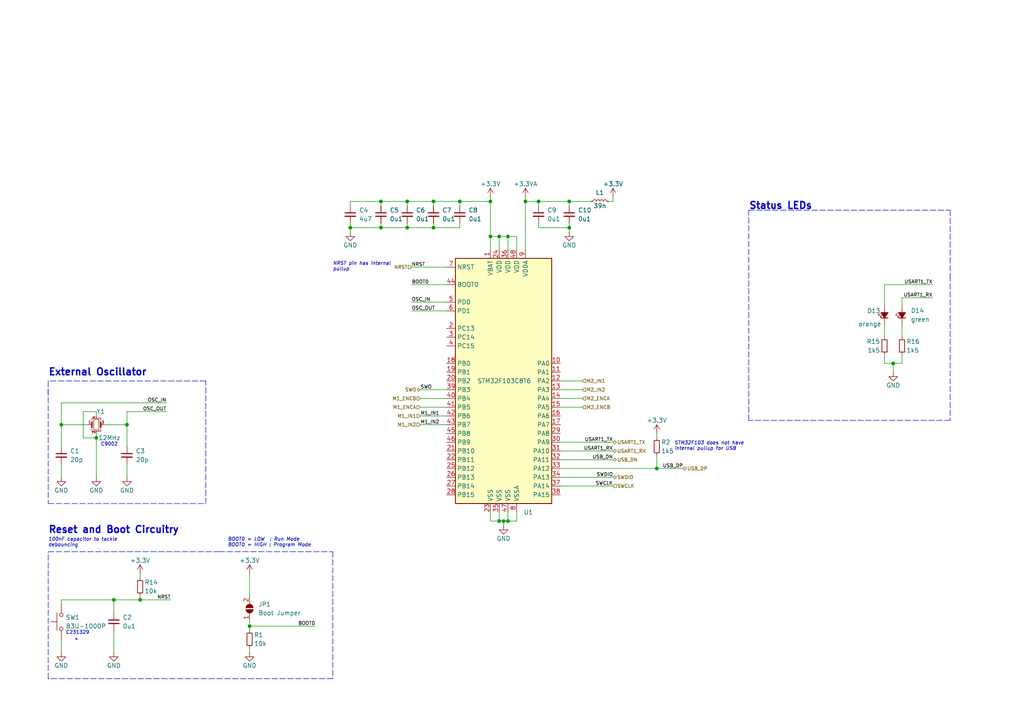
<source format=kicad_sch>
(kicad_sch (version 20211123) (generator eeschema)
  (paper "A4")
  (title_block (title "Posit: A STM32 based DC motor controller") (rev "A") (company "Sampreet SARKAR"))
  (lib_symbols
    (symbol "Device:C_Small" (pin_numbers hide) (pin_names (offset 0.254) hide)
      (property "Reference" "C" (at 0.254 1.778 0))
      (property "Value" "C_Small" (at 0.254 -2.032 0))
      (symbol "C_Small_0_1"
        (polyline (pts (xy -1.524 -0.508) (xy 1.524 -0.508)) (stroke (width 0.3302)))
        (polyline (pts (xy -1.524 0.508) (xy 1.524 0.508)) (stroke (width 0.3048)))
      )
      (symbol "C_Small_1_1"
        (pin passive line (at 0 2.54 270) (length 2.032) (name "~") (number "1"))
        (pin passive line (at 0 -2.54 90) (length 2.032) (name "~") (number "2"))
      )
    )
    (symbol "Device:Crystal_GND24_Small" (pin_names (offset 1.016) hide)
      (property "Reference" "Y" (at 1.27 4.445 0))
      (property "Value" "Crystal_GND24_Small" (at 1.27 2.54 0))
      (symbol "Crystal_GND24_Small_0_1"
        (rectangle (start -0.762 -1.524) (end 0.762 1.524))
        (polyline (pts (xy -1.27 -0.762) (xy -1.27 0.762)) (stroke (width 0.381)))
        (polyline (pts (xy 1.27 -0.762) (xy 1.27 0.762)) (stroke (width 0.381)))
        (polyline (pts (xy -1.27 -1.27) (xy -1.27 -1.905) (xy 1.27 -1.905) (xy 1.27 -1.27)))
        (polyline (pts (xy -1.27 1.27) (xy -1.27 1.905) (xy 1.27 1.905) (xy 1.27 1.27)))
      )
      (symbol "Crystal_GND24_Small_1_1"
        (pin passive line (at -2.54 0 0) (length 1.27) (name "1") (number "1"))
        (pin passive line (at 0 -2.54 90) (length 0.635) (name "2") (number "2"))
        (pin passive line (at 2.54 0 180) (length 1.27) (name "3") (number "3"))
        (pin passive line (at 0 2.54 270) (length 0.635) (name "4") (number "4"))
      )
    )
    (symbol "Device:LED_Small_Filled" (pin_numbers hide) (pin_names (offset 0.254) hide)
      (property "Reference" "D" (at -1.27 3.175 0))
      (property "Value" "LED_Small_Filled" (at -4.445 -2.54 0))
      (symbol "LED_Small_Filled_0_1"
        (polyline (pts (xy -0.762 -1.016) (xy -0.762 1.016)) (stroke (width 0.254)))
        (polyline (pts (xy 1.016 0) (xy -0.762 0)))
        (polyline (pts (xy 0.762 -1.016) (xy -0.762 0) (xy 0.762 1.016) (xy 0.762 -1.016)) (stroke (width 0.254)) (fill (type outline)))
        (polyline (pts (xy 0 0.762) (xy -0.508 1.27) (xy -0.254 1.27) (xy -0.508 1.27) (xy -0.508 1.016)))
        (polyline (pts (xy 0.508 1.27) (xy 0 1.778) (xy 0.254 1.778) (xy 0 1.778) (xy 0 1.524)))
      )
      (symbol "LED_Small_Filled_1_1"
        (pin passive line (at -2.54 0 0) (length 1.778) (name "K") (number "1"))
        (pin passive line (at 2.54 0 180) (length 1.778) (name "A") (number "2"))
      )
    )
    (symbol "Device:L_Small" (pin_numbers hide) (pin_names (offset 0.254) hide)
      (property "Reference" "L" (at 0.762 1.016 0))
      (property "Value" "L_Small" (at 0.762 -1.016 0))
      (symbol "L_Small_0_1"
        (arc (start 0 -2.032) (mid 0.508 -1.524) (end 0 -1.016))
        (arc (start 0 -1.016) (mid 0.508 -0.508) (end 0 0))
        (arc (start 0 0) (mid 0.508 0.508) (end 0 1.016))
        (arc (start 0 1.016) (mid 0.508 1.524) (end 0 2.032))
      )
      (symbol "L_Small_1_1"
        (pin passive line (at 0 2.54 270) (length 0.508) (name "~") (number "1"))
        (pin passive line (at 0 -2.54 90) (length 0.508) (name "~") (number "2"))
      )
    )
    (symbol "Device:R_Small" (pin_numbers hide) (pin_names (offset 0.254) hide)
      (property "Reference" "R" (at 0.762 0.508 0))
      (property "Value" "R_Small" (at 0.762 -1.016 0))
      (symbol "R_Small_0_1"
        (rectangle (start -0.762 1.778) (end 0.762 -1.778) (stroke (width 0.2032)))
      )
      (symbol "R_Small_1_1"
        (pin passive line (at 0 2.54 270) (length 0.762) (name "~") (number "1"))
        (pin passive line (at 0 -2.54 90) (length 0.762) (name "~") (number "2"))
      )
    )
    (symbol "Jumper:SolderJumper_2_Open" (pin_names (offset 0) hide)
      (property "Reference" "JP" (at 0 2.032 0))
      (property "Value" "SolderJumper_2_Open" (at 0 -2.54 0))
      (symbol "SolderJumper_2_Open_0_1"
        (arc (start -0.254 1.016) (mid -1.27 0) (end -0.254 -1.016))
        (arc (start -0.254 1.016) (mid -1.27 0) (end -0.254 -1.016) (fill (type outline)))
        (polyline (pts (xy -0.254 1.016) (xy -0.254 -1.016)))
        (polyline (pts (xy 0.254 1.016) (xy 0.254 -1.016)))
        (arc (start 0.254 -1.016) (mid 1.27 0) (end 0.254 1.016))
        (arc (start 0.254 -1.016) (mid 1.27 0) (end 0.254 1.016) (fill (type outline)))
      )
      (symbol "SolderJumper_2_Open_1_1"
        (pin passive line (at -3.81 0 0) (length 2.54) (name "A") (number "1"))
        (pin passive line (at 3.81 0 180) (length 2.54) (name "B") (number "2"))
      )
    )
    (symbol "MCU_ST_STM32F1:STM32F103C8Tx"
      (property "Reference" "U" (at -15.24 36.83 0))
      (property "Value" "STM32F103C8Tx" (at 7.62 36.83 0))
      (symbol "STM32F103C8Tx_0_1"
        (rectangle (start -15.24 -35.56) (end 12.7 35.56) (stroke (width 0.254)) (fill (type background)))
      )
      (symbol "STM32F103C8Tx_1_1"
        (pin power_in line (at -5.08 38.1 270) (length 2.54) (name "VBAT") (number "1"))
        (pin bidirectional line (at 15.24 5.08 180) (length 2.54) (name "PA0") (number "10"))
        (pin bidirectional line (at 15.24 2.54 180) (length 2.54) (name "PA1") (number "11"))
        (pin bidirectional line (at 15.24 0 180) (length 2.54) (name "PA2") (number "12"))
        (pin bidirectional line (at 15.24 -2.54 180) (length 2.54) (name "PA3") (number "13"))
        (pin bidirectional line (at 15.24 -5.08 180) (length 2.54) (name "PA4") (number "14"))
        (pin bidirectional line (at 15.24 -7.62 180) (length 2.54) (name "PA5") (number "15"))
        (pin bidirectional line (at 15.24 -10.16 180) (length 2.54) (name "PA6") (number "16"))
        (pin bidirectional line (at 15.24 -12.7 180) (length 2.54) (name "PA7") (number "17"))
        (pin bidirectional line (at -17.78 5.08 0) (length 2.54) (name "PB0") (number "18"))
        (pin bidirectional line (at -17.78 2.54 0) (length 2.54) (name "PB1") (number "19"))
        (pin bidirectional line (at -17.78 15.24 0) (length 2.54) (name "PC13") (number "2"))
        (pin bidirectional line (at -17.78 0 0) (length 2.54) (name "PB2") (number "20"))
        (pin bidirectional line (at -17.78 -20.32 0) (length 2.54) (name "PB10") (number "21"))
        (pin bidirectional line (at -17.78 -22.86 0) (length 2.54) (name "PB11") (number "22"))
        (pin power_in line (at -5.08 -38.1 90) (length 2.54) (name "VSS") (number "23"))
        (pin power_in line (at -2.54 38.1 270) (length 2.54) (name "VDD") (number "24"))
        (pin bidirectional line (at -17.78 -25.4 0) (length 2.54) (name "PB12") (number "25"))
        (pin bidirectional line (at -17.78 -27.94 0) (length 2.54) (name "PB13") (number "26"))
        (pin bidirectional line (at -17.78 -30.48 0) (length 2.54) (name "PB14") (number "27"))
        (pin bidirectional line (at -17.78 -33.02 0) (length 2.54) (name "PB15") (number "28"))
        (pin bidirectional line (at 15.24 -15.24 180) (length 2.54) (name "PA8") (number "29"))
        (pin bidirectional line (at -17.78 12.7 0) (length 2.54) (name "PC14") (number "3"))
        (pin bidirectional line (at 15.24 -17.78 180) (length 2.54) (name "PA9") (number "30"))
        (pin bidirectional line (at 15.24 -20.32 180) (length 2.54) (name "PA10") (number "31"))
        (pin bidirectional line (at 15.24 -22.86 180) (length 2.54) (name "PA11") (number "32"))
        (pin bidirectional line (at 15.24 -25.4 180) (length 2.54) (name "PA12") (number "33"))
        (pin bidirectional line (at 15.24 -27.94 180) (length 2.54) (name "PA13") (number "34"))
        (pin power_in line (at -2.54 -38.1 90) (length 2.54) (name "VSS") (number "35"))
        (pin power_in line (at 0 38.1 270) (length 2.54) (name "VDD") (number "36"))
        (pin bidirectional line (at 15.24 -30.48 180) (length 2.54) (name "PA14") (number "37"))
        (pin bidirectional line (at 15.24 -33.02 180) (length 2.54) (name "PA15") (number "38"))
        (pin bidirectional line (at -17.78 -2.54 0) (length 2.54) (name "PB3") (number "39"))
        (pin bidirectional line (at -17.78 10.16 0) (length 2.54) (name "PC15") (number "4"))
        (pin bidirectional line (at -17.78 -5.08 0) (length 2.54) (name "PB4") (number "40"))
        (pin bidirectional line (at -17.78 -7.62 0) (length 2.54) (name "PB5") (number "41"))
        (pin bidirectional line (at -17.78 -10.16 0) (length 2.54) (name "PB6") (number "42"))
        (pin bidirectional line (at -17.78 -12.7 0) (length 2.54) (name "PB7") (number "43"))
        (pin input line (at -17.78 27.94 0) (length 2.54) (name "BOOT0") (number "44"))
        (pin bidirectional line (at -17.78 -15.24 0) (length 2.54) (name "PB8") (number "45"))
        (pin bidirectional line (at -17.78 -17.78 0) (length 2.54) (name "PB9") (number "46"))
        (pin power_in line (at 0 -38.1 90) (length 2.54) (name "VSS") (number "47"))
        (pin power_in line (at 2.54 38.1 270) (length 2.54) (name "VDD") (number "48"))
        (pin input line (at -17.78 22.86 0) (length 2.54) (name "PD0") (number "5"))
        (pin input line (at -17.78 20.32 0) (length 2.54) (name "PD1") (number "6"))
        (pin input line (at -17.78 33.02 0) (length 2.54) (name "NRST") (number "7"))
        (pin power_in line (at 2.54 -38.1 90) (length 2.54) (name "VSSA") (number "8"))
        (pin power_in line (at 5.08 38.1 270) (length 2.54) (name "VDDA") (number "9"))
      )
    )
    (symbol "Switch:SW_Push" (pin_numbers hide) (pin_names (offset 1.016) hide)
      (property "Reference" "SW" (at 1.27 2.54 0))
      (property "Value" "SW_Push" (at 0 -1.524 0))
      (symbol "SW_Push_0_1"
        (circle (center -2.032 0) (radius 0.508))
        (polyline (pts (xy 0 1.27) (xy 0 3.048)))
        (polyline (pts (xy 2.54 1.27) (xy -2.54 1.27)))
        (circle (center 2.032 0) (radius 0.508))
        (pin passive line (at -5.08 0 0) (length 2.54) (name "1") (number "1"))
        (pin passive line (at 5.08 0 180) (length 2.54) (name "2") (number "2"))
      )
    )
    (symbol "power:+3.3V" (power) (pin_names (offset 0))
      (property "Value" "+3.3V" (at 0 3.556 0))
      (symbol "+3.3V_0_1"
        (polyline (pts (xy -0.762 1.27) (xy 0 2.54)))
        (polyline (pts (xy 0 0) (xy 0 2.54)))
        (polyline (pts (xy 0 2.54) (xy 0.762 1.27)))
      )
      (symbol "+3.3V_1_1"
        (pin power_in line (at 0 0 90) (length 0) hide (name "+3.3V") (number "1"))
      )
    )
    (symbol "power:+3.3VA" (power) (pin_names (offset 0))
      (property "Value" "+3.3VA" (at 0 3.556 0))
      (symbol "+3.3VA_0_1"
        (polyline (pts (xy -0.762 1.27) (xy 0 2.54)))
        (polyline (pts (xy 0 0) (xy 0 2.54)))
        (polyline (pts (xy 0 2.54) (xy 0.762 1.27)))
      )
      (symbol "+3.3VA_1_1"
        (pin power_in line (at 0 0 90) (length 0) hide (name "+3.3VA") (number "1"))
      )
    )
    (symbol "power:GND" (power) (pin_names (offset 0))
      (property "Value" "GND" (at 0 -3.81 0))
      (symbol "GND_0_1"
        (polyline (pts (xy 0 0) (xy 0 -1.27) (xy 1.27 -1.27) (xy 0 -2.54) (xy -1.27 -1.27) (xy 0 -1.27)))
      )
      (symbol "GND_1_1"
        (pin power_in line (at 0 0 270) (length 0) hide (name "GND") (number "1"))
      )
    )
  )
  (junction (at 165.1 66.04))
  (junction (at 144.78 151.13))
  (junction (at 147.32 68.58))
  (junction (at 33.02 173.99))
  (junction (at 156.21 58.42))
  (junction (at 110.49 58.42))
  (junction (at 110.49 66.04))
  (junction (at 118.11 58.42))
  (junction (at 125.73 66.04))
  (junction (at 40.64 173.99))
  (junction (at 259.08 105.41))
  (junction (at 142.24 68.58))
  (junction (at 118.11 66.04))
  (junction (at 72.39 181.61))
  (junction (at 142.24 58.42))
  (junction (at 165.1 58.42))
  (junction (at 101.6 66.04))
  (junction (at 133.35 58.42))
  (junction (at 27.94 127))
  (junction (at 125.73 58.42))
  (junction (at 17.78 123.19))
  (junction (at 144.78 68.58))
  (junction (at 152.4 58.42))
  (junction (at 147.32 151.13))
  (junction (at 190.5 135.89))
  (junction (at 146.05 151.13))
  (junction (at 36.83 123.19))
  (wire (pts (xy 133.35 58.42) (xy 142.24 58.42)))
  (wire (pts (xy 162.56 110.49) (xy 168.91 110.49)))
  (wire (pts (xy 33.02 173.99) (xy 33.02 177.8)))
  (wire (pts (xy 162.56 135.89) (xy 190.5 135.89)))
  (wire (pts (xy 152.4 58.42) (xy 152.4 72.39)))
  (wire (pts (xy 125.73 58.42) (xy 118.11 58.42)))
  (wire (pts (xy 101.6 66.04) (xy 110.49 66.04)))
  (wire (pts (xy 156.21 58.42) (xy 165.1 58.42)))
  (wire (pts (xy 119.38 77.47) (xy 129.54 77.47)))
  (wire (pts (xy 165.1 66.04) (xy 165.1 67.31)))
  (wire (pts (xy 118.11 58.42) (xy 118.11 59.69)))
  (wire (pts (xy 118.11 66.04) (xy 118.11 64.77)))
  (wire (pts (xy 27.94 127) (xy 27.94 138.43)))
  (wire (pts (xy 147.32 68.58) (xy 147.32 72.39)))
  (wire (pts (xy 162.56 113.03) (xy 168.91 113.03)))
  (wire (pts (xy 133.35 59.69) (xy 133.35 58.42)))
  (wire (pts (xy 142.24 68.58) (xy 142.24 72.39)))
  (wire (pts (xy 17.78 123.19) (xy 17.78 116.84)))
  (wire (pts (xy 110.49 66.04) (xy 110.49 64.77)))
  (wire (pts (xy 72.39 180.34) (xy 72.39 181.61)))
  (wire (pts (xy 133.35 66.04) (xy 133.35 64.77)))
  (polyline (pts (xy 275.59 121.92) (xy 217.17 121.92)))
  (wire (pts (xy 147.32 151.13) (xy 149.86 151.13)))
  (wire (pts (xy 30.48 123.19) (xy 36.83 123.19)))
  (wire (pts (xy 33.02 173.99) (xy 40.64 173.99)))
  (wire (pts (xy 152.4 58.42) (xy 156.21 58.42)))
  (wire (pts (xy 121.92 118.11) (xy 129.54 118.11)))
  (wire (pts (xy 36.83 119.38) (xy 48.26 119.38)))
  (polyline (pts (xy 59.69 110.49) (xy 13.97 110.49)))
  (wire (pts (xy 149.86 72.39) (xy 149.86 68.58)))
  (wire (pts (xy 256.54 102.87) (xy 256.54 105.41)))
  (wire (pts (xy 121.92 120.65) (xy 129.54 120.65)))
  (wire (pts (xy 177.8 57.15) (xy 177.8 58.42)))
  (wire (pts (xy 162.56 138.43) (xy 177.8 138.43)))
  (wire (pts (xy 40.64 172.72) (xy 40.64 173.99)))
  (wire (pts (xy 142.24 58.42) (xy 142.24 68.58)))
  (wire (pts (xy 72.39 187.96) (xy 72.39 189.23)))
  (wire (pts (xy 256.54 105.41) (xy 259.08 105.41)))
  (wire (pts (xy 121.92 115.57) (xy 129.54 115.57)))
  (wire (pts (xy 144.78 151.13) (xy 142.24 151.13)))
  (wire (pts (xy 36.83 119.38) (xy 36.83 123.19)))
  (wire (pts (xy 133.35 58.42) (xy 125.73 58.42)))
  (wire (pts (xy 40.64 173.99) (xy 49.53 173.99)))
  (wire (pts (xy 17.78 175.26) (xy 17.78 173.99)))
  (wire (pts (xy 144.78 68.58) (xy 144.78 72.39)))
  (wire (pts (xy 147.32 68.58) (xy 144.78 68.58)))
  (polyline (pts (xy 96.52 160.02) (xy 96.52 196.85)))
  (wire (pts (xy 162.56 128.27) (xy 177.8 128.27)))
  (wire (pts (xy 125.73 66.04) (xy 125.73 64.77)))
  (wire (pts (xy 256.54 82.55) (xy 256.54 88.9)))
  (wire (pts (xy 144.78 68.58) (xy 142.24 68.58)))
  (polyline (pts (xy 59.69 146.05) (xy 59.69 110.49)))
  (polyline (pts (xy 63.5 160.02) (xy 96.52 160.02)))
  (wire (pts (xy 156.21 66.04) (xy 165.1 66.04)))
  (wire (pts (xy 270.51 82.55) (xy 256.54 82.55)))
  (wire (pts (xy 190.5 135.89) (xy 198.12 135.89)))
  (wire (pts (xy 101.6 64.77) (xy 101.6 66.04)))
  (wire (pts (xy 156.21 64.77) (xy 156.21 66.04)))
  (wire (pts (xy 270.51 86.36) (xy 261.62 86.36)))
  (wire (pts (xy 119.38 87.63) (xy 129.54 87.63)))
  (wire (pts (xy 27.94 119.38) (xy 24.13 119.38)))
  (wire (pts (xy 162.56 140.97) (xy 177.8 140.97)))
  (wire (pts (xy 162.56 133.35) (xy 177.8 133.35)))
  (wire (pts (xy 40.64 166.37) (xy 40.64 167.64)))
  (wire (pts (xy 165.1 64.77) (xy 165.1 66.04)))
  (polyline (pts (xy 13.97 110.49) (xy 13.97 114.3)))
  (wire (pts (xy 118.11 58.42) (xy 110.49 58.42)))
  (wire (pts (xy 142.24 148.59) (xy 142.24 151.13)))
  (wire (pts (xy 24.13 119.38) (xy 24.13 127)))
  (wire (pts (xy 17.78 185.42) (xy 17.78 189.23)))
  (wire (pts (xy 156.21 58.42) (xy 156.21 59.69)))
  (polyline (pts (xy 13.97 160.02) (xy 63.5 160.02)))
  (wire (pts (xy 261.62 105.41) (xy 261.62 102.87)))
  (wire (pts (xy 165.1 58.42) (xy 165.1 59.69)))
  (wire (pts (xy 101.6 66.04) (xy 101.6 67.31)))
  (wire (pts (xy 121.92 113.03) (xy 129.54 113.03)))
  (wire (pts (xy 72.39 166.37) (xy 72.39 172.72)))
  (wire (pts (xy 142.24 57.15) (xy 142.24 58.42)))
  (wire (pts (xy 190.5 125.73) (xy 190.5 127)))
  (polyline (pts (xy 217.17 60.96) (xy 275.59 60.96)))
  (wire (pts (xy 121.92 123.19) (xy 129.54 123.19)))
  (wire (pts (xy 17.78 116.84) (xy 48.26 116.84)))
  (wire (pts (xy 27.94 127) (xy 27.94 125.73)))
  (wire (pts (xy 17.78 123.19) (xy 17.78 129.54)))
  (wire (pts (xy 261.62 86.36) (xy 261.62 88.9)))
  (wire (pts (xy 110.49 66.04) (xy 118.11 66.04)))
  (wire (pts (xy 149.86 151.13) (xy 149.86 148.59)))
  (wire (pts (xy 146.05 152.4) (xy 146.05 151.13)))
  (wire (pts (xy 119.38 82.55) (xy 129.54 82.55)))
  (wire (pts (xy 259.08 105.41) (xy 261.62 105.41)))
  (wire (pts (xy 36.83 134.62) (xy 36.83 138.43)))
  (wire (pts (xy 146.05 151.13) (xy 144.78 151.13)))
  (polyline (pts (xy 217.17 121.92) (xy 217.17 60.96)))
  (wire (pts (xy 118.11 66.04) (xy 125.73 66.04)))
  (wire (pts (xy 162.56 115.57) (xy 168.91 115.57)))
  (wire (pts (xy 190.5 132.08) (xy 190.5 135.89)))
  (polyline (pts (xy 13.97 146.05) (xy 59.69 146.05)))
  (polyline (pts (xy 96.52 196.85) (xy 13.97 196.85)))
  (wire (pts (xy 152.4 57.15) (xy 152.4 58.42)))
  (wire (pts (xy 25.4 123.19) (xy 17.78 123.19)))
  (wire (pts (xy 256.54 93.98) (xy 256.54 97.79)))
  (wire (pts (xy 162.56 118.11) (xy 168.91 118.11)))
  (polyline (pts (xy 275.59 80.01) (xy 275.59 121.92)))
  (wire (pts (xy 165.1 58.42) (xy 171.45 58.42)))
  (wire (pts (xy 176.53 58.42) (xy 177.8 58.42)))
  (wire (pts (xy 149.86 68.58) (xy 147.32 68.58)))
  (wire (pts (xy 27.94 120.65) (xy 27.94 119.38)))
  (wire (pts (xy 72.39 181.61) (xy 91.44 181.61)))
  (polyline (pts (xy 275.59 60.96) (xy 275.59 80.01)))
  (wire (pts (xy 259.08 105.41) (xy 259.08 107.95)))
  (wire (pts (xy 110.49 58.42) (xy 101.6 58.42)))
  (wire (pts (xy 36.83 123.19) (xy 36.83 129.54)))
  (wire (pts (xy 72.39 181.61) (xy 72.39 182.88)))
  (wire (pts (xy 125.73 58.42) (xy 125.73 59.69)))
  (wire (pts (xy 147.32 151.13) (xy 147.32 148.59)))
  (wire (pts (xy 101.6 58.42) (xy 101.6 59.69)))
  (wire (pts (xy 261.62 93.98) (xy 261.62 97.79)))
  (wire (pts (xy 110.49 58.42) (xy 110.49 59.69)))
  (polyline (pts (xy 13.97 196.85) (xy 13.97 160.02)))
  (wire (pts (xy 24.13 127) (xy 27.94 127)))
  (wire (pts (xy 125.73 66.04) (xy 133.35 66.04)))
  (wire (pts (xy 144.78 148.59) (xy 144.78 151.13)))
  (wire (pts (xy 17.78 134.62) (xy 17.78 138.43)))
  (wire (pts (xy 17.78 173.99) (xy 33.02 173.99)))
  (wire (pts (xy 162.56 130.81) (xy 177.8 130.81)))
  (wire (pts (xy 33.02 182.88) (xy 33.02 189.23)))
  (wire (pts (xy 119.38 90.17) (xy 129.54 90.17)))
  (polyline (pts (xy 13.97 113.03) (xy 13.97 146.05)))
  (wire (pts (xy 146.05 151.13) (xy 147.32 151.13)))
  (text "External Oscillator" (at 13.97 109.22 0) (effects (font (size 2 2) (thickness 0.4) bold) (justify left bottom)))
  (text "*" (at 21.59 186.69 0) (effects (font (size 1.27 1.27)) (justify left bottom)))
  (text "STM32F103 does not have\ninternal pullup for USB" (at 195.58 130.81 0) (effects (font (size 1 1) italic) (justify left bottom)))
  (text "100nF capacitor to tackle\ndebouncing" (at 13.97 158.75 0) (effects (font (size 1 1) italic) (justify left bottom)))
  (text "Status LEDs" (at 217.17 60.96 0) (effects (font (size 2 2) (thickness 0.4) bold) (justify left bottom)))
  (text "NRST pin has internal \npullup" (at 96.52 78.74 0) (effects (font (size 1 1) italic) (justify left bottom)))
  (text "Reset and Boot Circuitry" (at 13.97 154.94 0) (effects (font (size 2 2) (thickness 0.4) bold) (justify left bottom)))
  (text "C9002" (at 29.21 129.54 0) (effects (font (size 1 1)) (justify left bottom)))
  (text "C231329" (at 19.05 184.15 0) (effects (font (size 1 1)) (justify left bottom)))
  (text "BOOT0 = LOW  : Run Mode\nBOOT0 = HIGH : Program Mode" (at 66.04 158.75 0) (effects (font (size 1 1) italic) (justify left bottom)))
  (label "M1_IN1" (at 121.92 120.65 0) (effects (font (size 1 1))))
  (label "USART1_TX" (at 177.8 128.27 180) (effects (font (size 1 1))))
  (label "OSC_IN" (at 48.26 116.84 180) (effects (font (size 1 1))))
  (label "BOOT0" (at 119.38 82.55 0) (effects (font (size 1 1))))
  (label "OSC_OUT" (at 119.38 90.17 0) (effects (font (size 1 1))))
  (label "USB_DP" (at 198.12 135.89 180) (effects (font (size 1 1))))
  (label "SWDIO" (at 177.8 138.43 180) (effects (font (size 1 1))))
  (label "OSC_OUT" (at 48.26 119.38 180) (effects (font (size 1 1))))
  (label "SWO" (at 121.92 113.03 0) (effects (font (size 1 1))))
  (label "USART1_RX" (at 270.51 86.36 180) (effects (font (size 1 1))))
  (label "NRST" (at 119.38 77.47 0) (effects (font (size 1 1))))
  (label "BOOT0" (at 91.44 181.61 180) (effects (font (size 1 1))))
  (label "OSC_IN" (at 119.38 87.63 0) (effects (font (size 1 1))))
  (label "SWCLK" (at 177.8 140.97 180) (effects (font (size 1 1))))
  (label "NRST" (at 49.53 173.99 180) (effects (font (size 1 1))))
  (label "USB_DN" (at 177.8 133.35 180) (effects (font (size 1 1))))
  (label "USART1_TX" (at 270.51 82.55 180) (effects (font (size 1 1))))
  (label "USART1_RX" (at 177.8 130.81 180) (effects (font (size 1 1))))
  (label "M1_IN2" (at 121.92 123.19 0) (effects (font (size 1 1))))
  (hierarchical_label "M2_ENCB" (shape input) (at 168.91 118.11 0) (effects (font (size 1 1))))
  (hierarchical_label "SWCLK" (shape input) (at 177.8 140.97 0) (effects (font (size 1 1))))
  (hierarchical_label "M1_IN1" (shape input) (at 121.92 120.65 180) (effects (font (size 1 1))))
  (hierarchical_label "NRST" (shape input) (at 119.38 77.47 180) (effects (font (size 1 1))))
  (hierarchical_label "M1_IN2" (shape input) (at 121.92 123.19 180) (effects (font (size 1 1))))
  (hierarchical_label "M1_ENCB" (shape input) (at 121.92 115.57 180) (effects (font (size 1 1))))
  (hierarchical_label "SWDIO" (shape bidirectional) (at 177.8 138.43 0) (effects (font (size 1 1))))
  (hierarchical_label "M2_IN2" (shape input) (at 168.91 113.03 0) (effects (font (size 1 1))))
  (hierarchical_label "USB_DP" (shape bidirectional) (at 198.12 135.89 0) (effects (font (size 1 1))))
  (hierarchical_label "USB_DN" (shape bidirectional) (at 177.8 133.35 0) (effects (font (size 1 1))))
  (hierarchical_label "SWO" (shape bidirectional) (at 121.92 113.03 180) (effects (font (size 1 1))))
  (hierarchical_label "M1_ENCA" (shape input) (at 121.92 118.11 180) (effects (font (size 1 1))))
  (hierarchical_label "M2_ENCA" (shape input) (at 168.91 115.57 0) (effects (font (size 1 1))))
  (hierarchical_label "USART1_RX" (shape bidirectional) (at 177.8 130.81 0) (effects (font (size 1 1))))
  (hierarchical_label "M2_IN1" (shape input) (at 168.91 110.49 0) (effects (font (size 1 1))))
  (hierarchical_label "USART1_TX" (shape bidirectional) (at 177.8 128.27 0) (effects (font (size 1 1))))
  (symbol (lib_id "Device:C_Small") (at 36.83 132.08 0) (unit 1)
    (property "Reference" "C3" (at 39.37 130.8162 0) (effects (justify left)))
    (property "Value" "20p" (at 39.37 133.3562 0) (effects (justify left)))
    (property "Footprint" "Capacitor_SMD:C_0402_1005Metric" (effects hide))
  )
  (symbol (lib_id "Device:R_Small") (at 190.5 129.54 0) (unit 1)
    (property "Reference" "R2" (at 191.77 128.27 0) (effects (justify left)))
    (property "Value" "1k5" (at 191.77 130.81 0) (effects (justify left)))
    (property "Footprint" "Resistor_SMD:R_0402_1005Metric" (effects hide))
  )
  (symbol (lib_id "Device:R_Small") (at 40.64 170.18 0) (unit 1)
    (property "Reference" "R14" (at 41.91 168.91 0) (effects (justify left)))
    (property "Value" "10k" (at 41.91 171.45 0) (effects (justify left)))
    (property "Footprint" "Resistor_SMD:R_0402_1005Metric" (effects hide))
  )
  (symbol (lib_id "Device:C_Small") (at 125.73 62.23 0) (unit 1)
    (property "Reference" "C7" (at 128.27 60.9662 0) (effects (justify left)))
    (property "Value" "0u1" (at 128.27 63.5062 0) (effects (justify left)))
    (property "Footprint" "Capacitor_SMD:C_0402_1005Metric" (effects hide))
  )
  (symbol (lib_id "power:GND") (at 27.94 138.43 0) (unit 1)
    (property "Reference" "#PWR03" (effects hide))
    (property "Value" "GND" (at 27.94 142.24 0))
  )
  (symbol (lib_id "power:GND") (at 36.83 138.43 0) (unit 1)
    (property "Reference" "#PWR05" (effects hide))
    (property "Value" "GND" (at 36.83 142.24 0))
  )
  (symbol (lib_id "Switch:SW_Push") (at 17.78 180.34 90) (unit 1)
    (property "Reference" "SW1" (at 19.05 179.0699 90) (effects (justify right)))
    (property "Value" "B3U-1000P" (at 19.05 181.6099 90) (effects (justify right)))
    (property "Footprint" "Button_Switch_SMD:SW_SPST_B3U-1000P" (effects hide))
  )
  (symbol (lib_id "power:GND") (at 146.05 152.4 0) (unit 1)
    (property "Reference" "#PWR09" (effects hide))
    (property "Value" "GND" (at 146.05 156.21 0))
  )
  (symbol (lib_id "Device:R_Small") (at 261.62 100.33 0) (unit 1)
    (property "Reference" "R16" (at 262.89 99.06 0) (effects (justify left)))
    (property "Value" "1k5" (at 262.89 101.6 0) (effects (justify left)))
    (property "Footprint" "Resistor_SMD:R_0402_1005Metric" (effects hide))
  )
  (symbol (lib_id "Device:Crystal_GND24_Small") (at 27.94 123.19 0) (unit 1)
    (property "Reference" "Y1" (at 29.21 119.38 0))
    (property "Value" "12MHz" (at 31.75 127 0))
    (property "Footprint" "Crystal:Crystal_SMD_3225-4Pin_3.2x2.5mm" (effects hide))
  )
  (symbol (lib_id "power:+3.3V") (at 190.5 125.73 0) (unit 1)
    (property "Reference" "#PWR013" (effects hide))
    (property "Value" "+3.3V" (at 190.5 121.92 0))
  )
  (symbol (lib_id "power:+3.3V") (at 72.39 166.37 0) (unit 1)
    (property "Reference" "#PWR06" (effects hide))
    (property "Value" "+3.3V" (at 72.39 162.56 0))
  )
  (symbol (lib_id "Device:C_Small") (at 118.11 62.23 0) (unit 1)
    (property "Reference" "C6" (at 120.65 60.9662 0) (effects (justify left)))
    (property "Value" "0u1" (at 120.65 63.5062 0) (effects (justify left)))
    (property "Footprint" "Capacitor_SMD:C_0402_1005Metric" (effects hide))
  )
  (symbol (lib_id "Device:C_Small") (at 133.35 62.23 0) (unit 1)
    (property "Reference" "C8" (at 135.89 60.9662 0) (effects (justify left)))
    (property "Value" "0u1" (at 135.89 63.5062 0) (effects (justify left)))
    (property "Footprint" "Capacitor_SMD:C_0402_1005Metric" (effects hide))
  )
  (symbol (lib_id "Device:LED_Small_Filled") (at 261.62 91.44 90) (unit 1)
    (property "Reference" "D14" (at 264.16 90.1064 90) (effects (justify right)))
    (property "Value" "green" (at 264.16 92.6464 90) (effects (justify right)))
    (property "Footprint" "LED_SMD:LED_0603_1608Metric" (effects hide))
  )
  (symbol (lib_id "Device:LED_Small_Filled") (at 256.54 91.44 90) (unit 1)
    (property "Reference" "D13" (at 251.46 90.17 90) (effects (justify right)))
    (property "Value" "orange" (at 248.92 93.98 90) (effects (justify right)))
    (property "Footprint" "LED_SMD:LED_0603_1608Metric" (effects hide))
  )
  (symbol (lib_id "Device:L_Small") (at 173.99 58.42 90) (unit 1)
    (property "Reference" "L1" (at 173.99 55.88 90))
    (property "Value" "39n" (at 173.99 59.69 90))
    (property "Footprint" "Inductor_SMD:L_0603_1608Metric" (effects hide))
  )
  (symbol (lib_id "power:+3.3V") (at 177.8 57.15 0) (unit 1)
    (property "Reference" "#PWR012" (effects hide))
    (property "Value" "+3.3V" (at 177.8 53.34 0))
  )
  (symbol (lib_id "Device:R_Small") (at 256.54 100.33 0) (mirror y) (unit 1)
    (property "Reference" "R15" (at 255.27 99.06 0) (effects (justify left)))
    (property "Value" "1k5" (at 255.27 101.6 0) (effects (justify left)))
    (property "Footprint" "Resistor_SMD:R_0402_1005Metric" (effects hide))
  )
  (symbol (lib_id "power:+3.3V") (at 142.24 57.15 0) (unit 1)
    (property "Reference" "#PWR08" (effects hide))
    (property "Value" "+3.3V" (at 142.24 53.34 0))
  )
  (symbol (lib_id "power:GND") (at 101.6 67.31 0) (unit 1)
    (property "Reference" "#PWR07" (effects hide))
    (property "Value" "GND" (at 101.6 71.12 0))
  )
  (symbol (lib_id "MCU_ST_STM32F1:STM32F103C8Tx") (at 147.32 110.49 0) (unit 1)
    (property "Reference" "U1" (at 151.8794 148.59 0) (effects (justify left)))
    (property "Value" "STM32F103C8T6" (at 138.43 110.49 0) (effects (justify left)))
    (property "Footprint" "Package_QFP:LQFP-48_7x7mm_P0.5mm" (effects hide))
    (property "Datasheet" "http://www.st.com/st-web-ui/static/active/en/resource/technical/document/datasheet/CD00161566.pdf" (effects hide))
  )
  (symbol (lib_id "Device:C_Small") (at 110.49 62.23 0) (unit 1)
    (property "Reference" "C5" (at 113.03 60.9662 0) (effects (justify left)))
    (property "Value" "0u1" (at 113.03 63.5062 0) (effects (justify left)))
    (property "Footprint" "Capacitor_SMD:C_0402_1005Metric" (effects hide))
  )
  (symbol (lib_id "Device:C_Small") (at 165.1 62.23 0) (unit 1)
    (property "Reference" "C10" (at 167.64 60.9662 0) (effects (justify left)))
    (property "Value" "0u1" (at 167.64 63.5062 0) (effects (justify left)))
    (property "Footprint" "Capacitor_SMD:C_0402_1005Metric" (effects hide))
  )
  (symbol (lib_id "power:GND") (at 259.08 107.95 0) (unit 1)
    (property "Reference" "#PWR054" (effects hide))
    (property "Value" "GND" (at 259.08 111.76 0))
  )
  (symbol (lib_id "power:+3.3V") (at 40.64 166.37 0) (unit 1)
    (property "Reference" "#PWR053" (effects hide))
    (property "Value" "+3.3V" (at 40.64 162.56 0))
  )
  (symbol (lib_id "Jumper:SolderJumper_2_Open") (at 72.39 176.53 90) (unit 1)
    (property "Reference" "JP1" (at 74.93 175.2599 90) (effects (justify right)))
    (property "Value" "Boot Jumper" (at 74.93 177.7999 90) (effects (justify right)))
    (property "Footprint" "Jumper:SolderJumper-2_P1.3mm_Open_Pad1.0x1.5mm" (effects hide))
  )
  (symbol (lib_id "power:GND") (at 17.78 138.43 0) (unit 1)
    (property "Reference" "#PWR01" (effects hide))
    (property "Value" "GND" (at 17.78 142.24 0))
  )
  (symbol (lib_id "Device:C_Small") (at 101.6 62.23 0) (unit 1)
    (property "Reference" "C4" (at 104.14 60.9662 0) (effects (justify left)))
    (property "Value" "4u7" (at 104.14 63.5062 0) (effects (justify left)))
    (property "Footprint" "Capacitor_SMD:C_0603_1608Metric" (effects hide))
  )
  (symbol (lib_id "Device:R_Small") (at 72.39 185.42 0) (unit 1)
    (property "Reference" "R1" (at 73.66 184.15 0) (effects (justify left)))
    (property "Value" "10k" (at 73.66 186.69 0) (effects (justify left)))
    (property "Footprint" "Resistor_SMD:R_0402_1005Metric" (effects hide))
  )
  (symbol (lib_id "power:+3.3VA") (at 152.4 57.15 0) (unit 1)
    (property "Reference" "#PWR010" (effects hide))
    (property "Value" "+3.3VA" (at 152.4 53.34 0))
  )
  (symbol (lib_id "power:GND") (at 165.1 67.31 0) (unit 1)
    (property "Reference" "#PWR011" (effects hide))
    (property "Value" "GND" (at 165.1 71.12 0))
  )
  (symbol (lib_id "Device:C_Small") (at 156.21 62.23 0) (unit 1)
    (property "Reference" "C9" (at 158.75 60.9662 0) (effects (justify left)))
    (property "Value" "0u1" (at 158.75 63.5062 0) (effects (justify left)))
    (property "Footprint" "Capacitor_SMD:C_0402_1005Metric" (effects hide))
  )
  (symbol (lib_id "power:GND") (at 72.39 189.23 0) (unit 1)
    (property "Reference" "#PWR020" (effects hide))
    (property "Value" "GND" (at 72.39 193.04 0))
  )
  (symbol (lib_id "power:GND") (at 17.78 189.23 0) (unit 1)
    (property "Reference" "#PWR02" (effects hide))
    (property "Value" "GND" (at 17.78 193.04 0))
  )
  (symbol (lib_id "Device:C_Small") (at 33.02 180.34 0) (unit 1)
    (property "Reference" "C2" (at 35.56 179.0762 0) (effects (justify left)))
    (property "Value" "0u1" (at 35.56 181.6162 0) (effects (justify left)))
    (property "Footprint" "Capacitor_SMD:C_0402_1005Metric" (effects hide))
  )
  (symbol (lib_id "Device:C_Small") (at 17.78 132.08 0) (unit 1)
    (property "Reference" "C1" (at 20.32 130.8162 0) (effects (justify left)))
    (property "Value" "20p" (at 20.32 133.3562 0) (effects (justify left)))
    (property "Footprint" "Capacitor_SMD:C_0402_1005Metric" (effects hide))
  )
  (symbol (lib_id "power:GND") (at 33.02 189.23 0) (unit 1)
    (property "Reference" "#PWR04" (effects hide))
    (property "Value" "GND" (at 33.02 193.04 0))
  )
)
</source>
